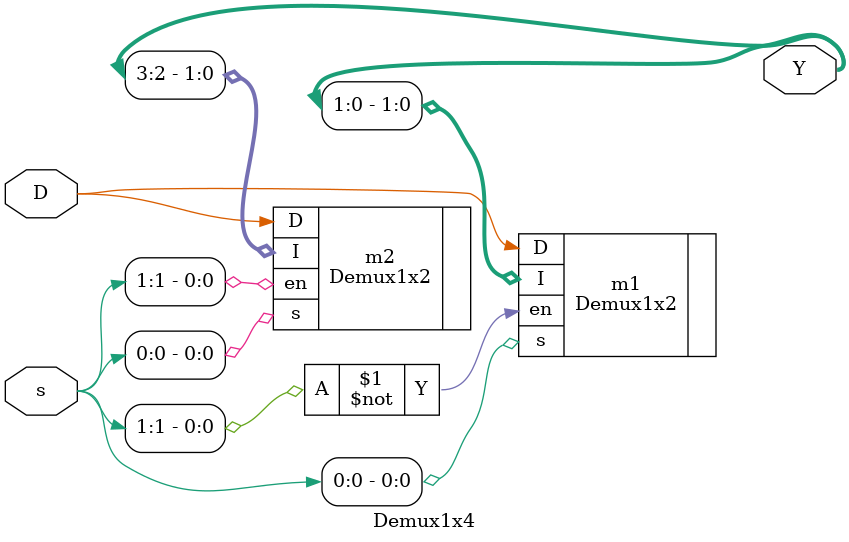
<source format=v>
`timescale 1ns / 1ps


module Demux1x4(output [3:0]Y, input D, input [1:0]s);

    //Logic
    Demux1x2 m1(.I(Y[1:0]), .D(D), .s(s[0]), .en(~s[1]));
    Demux1x2 m2(.I(Y[3:2]), .D(D), .s(s[0]), .en(s[1]));
    
endmodule

</source>
